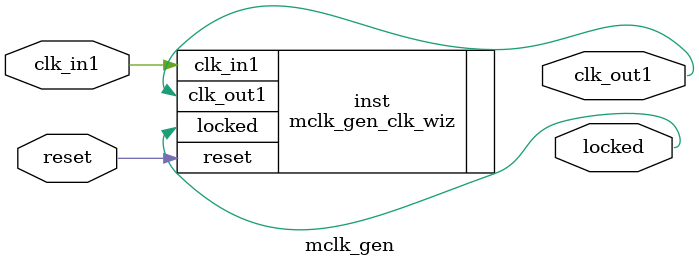
<source format=v>


`timescale 1ps/1ps

(* CORE_GENERATION_INFO = "mclk_gen,clk_wiz_v6_0_4_0_0,{component_name=mclk_gen,use_phase_alignment=true,use_min_o_jitter=false,use_max_i_jitter=false,use_dyn_phase_shift=false,use_inclk_switchover=false,use_dyn_reconfig=false,enable_axi=0,feedback_source=FDBK_AUTO,PRIMITIVE=PLL,num_out_clk=1,clkin1_period=8.000,clkin2_period=10.0,use_power_down=false,use_reset=true,use_locked=true,use_inclk_stopped=false,feedback_type=SINGLE,CLOCK_MGR_TYPE=NA,manual_override=false}" *)

module mclk_gen 
 (
  // Clock out ports
  output        clk_out1,
  // Status and control signals
  input         reset,
  output        locked,
 // Clock in ports
  input         clk_in1
 );

  mclk_gen_clk_wiz inst
  (
  // Clock out ports  
  .clk_out1(clk_out1),
  // Status and control signals               
  .reset(reset), 
  .locked(locked),
 // Clock in ports
  .clk_in1(clk_in1)
  );

endmodule

</source>
